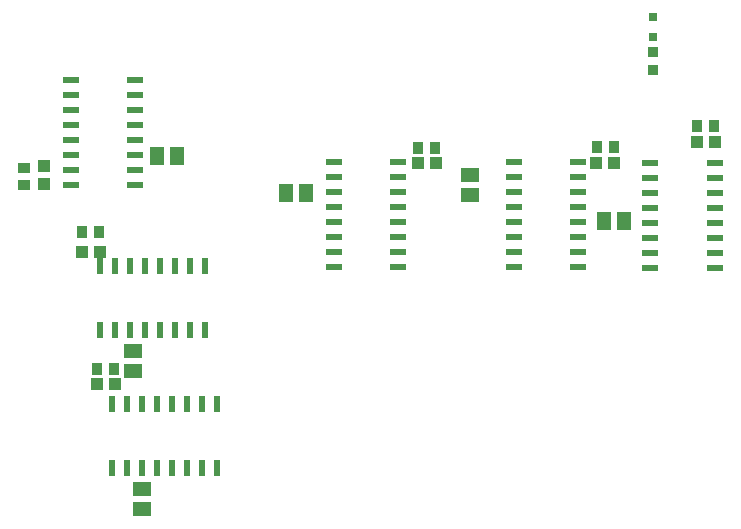
<source format=gtp>
G04*
G04 #@! TF.GenerationSoftware,Altium Limited,Altium Designer,19.1.7 (138)*
G04*
G04 Layer_Color=8421504*
%FSLAX25Y25*%
%MOIN*%
G70*
G01*
G75*
%ADD14R,0.03543X0.03347*%
%ADD15R,0.04134X0.03937*%
%ADD16R,0.03937X0.04134*%
%ADD17R,0.03740X0.04134*%
%ADD18R,0.04134X0.03740*%
%ADD19R,0.03150X0.03150*%
%ADD20R,0.02362X0.05709*%
%ADD21R,0.05709X0.02362*%
%ADD22R,0.06102X0.04724*%
%ADD23R,0.04724X0.06102*%
D14*
X331500Y270549D02*
D03*
Y276651D02*
D03*
D15*
X253047Y239500D02*
D03*
X258953D02*
D03*
X146047Y166000D02*
D03*
X151953D02*
D03*
X312547Y239500D02*
D03*
X318453D02*
D03*
X141047Y210000D02*
D03*
X146953D02*
D03*
X351953Y246500D02*
D03*
X346047D02*
D03*
D16*
X128500Y238453D02*
D03*
Y232547D02*
D03*
D17*
X258854Y244500D02*
D03*
X253146D02*
D03*
X151854Y171000D02*
D03*
X146146D02*
D03*
X318354Y245000D02*
D03*
X312646D02*
D03*
X146854Y216500D02*
D03*
X141146D02*
D03*
X346146Y252000D02*
D03*
X351854D02*
D03*
D18*
X121700Y232300D02*
D03*
Y238009D02*
D03*
D19*
X331500Y281600D02*
D03*
Y288100D02*
D03*
D20*
X182000Y205228D02*
D03*
X177000D02*
D03*
X172000D02*
D03*
X167000D02*
D03*
X162000D02*
D03*
X157000D02*
D03*
X152000D02*
D03*
X147000D02*
D03*
X182000Y183772D02*
D03*
X177000D02*
D03*
X172000D02*
D03*
X167000D02*
D03*
X162000D02*
D03*
X157000D02*
D03*
X152000D02*
D03*
X147000D02*
D03*
X186000Y159228D02*
D03*
X181000D02*
D03*
X176000D02*
D03*
X171000D02*
D03*
X166000D02*
D03*
X161000D02*
D03*
X156000D02*
D03*
X151000D02*
D03*
X186000Y137772D02*
D03*
X181000D02*
D03*
X176000D02*
D03*
X171000D02*
D03*
X166000D02*
D03*
X161000D02*
D03*
X156000D02*
D03*
X151000D02*
D03*
D21*
X246457Y205000D02*
D03*
Y210000D02*
D03*
Y215000D02*
D03*
Y220000D02*
D03*
Y225000D02*
D03*
Y230000D02*
D03*
Y235000D02*
D03*
Y240000D02*
D03*
X225000Y205000D02*
D03*
Y210000D02*
D03*
Y215000D02*
D03*
Y220000D02*
D03*
Y225000D02*
D03*
Y230000D02*
D03*
Y235000D02*
D03*
Y240000D02*
D03*
X352003Y204654D02*
D03*
Y209654D02*
D03*
Y214654D02*
D03*
Y219654D02*
D03*
Y224654D02*
D03*
Y229654D02*
D03*
Y234654D02*
D03*
Y239654D02*
D03*
X330546Y204654D02*
D03*
Y209654D02*
D03*
Y214654D02*
D03*
Y219654D02*
D03*
Y224654D02*
D03*
Y229654D02*
D03*
Y234654D02*
D03*
Y239654D02*
D03*
X137343Y267346D02*
D03*
Y262346D02*
D03*
Y257346D02*
D03*
Y252346D02*
D03*
Y247346D02*
D03*
Y242346D02*
D03*
Y237346D02*
D03*
Y232346D02*
D03*
X158800Y267346D02*
D03*
Y262346D02*
D03*
Y257346D02*
D03*
Y252346D02*
D03*
Y247346D02*
D03*
Y242346D02*
D03*
Y237346D02*
D03*
Y232346D02*
D03*
X306428Y205000D02*
D03*
Y210000D02*
D03*
Y215000D02*
D03*
Y220000D02*
D03*
Y225000D02*
D03*
Y230000D02*
D03*
Y235000D02*
D03*
Y240000D02*
D03*
X284972Y205000D02*
D03*
Y210000D02*
D03*
Y215000D02*
D03*
Y220000D02*
D03*
Y225000D02*
D03*
Y230000D02*
D03*
Y235000D02*
D03*
Y240000D02*
D03*
D22*
X270500Y228999D02*
D03*
Y235692D02*
D03*
X161000Y130847D02*
D03*
Y124153D02*
D03*
X158000Y177000D02*
D03*
Y170307D02*
D03*
D23*
X215846Y229500D02*
D03*
X209154D02*
D03*
X321892Y220154D02*
D03*
X315199D02*
D03*
X166154Y242000D02*
D03*
X172846D02*
D03*
M02*

</source>
